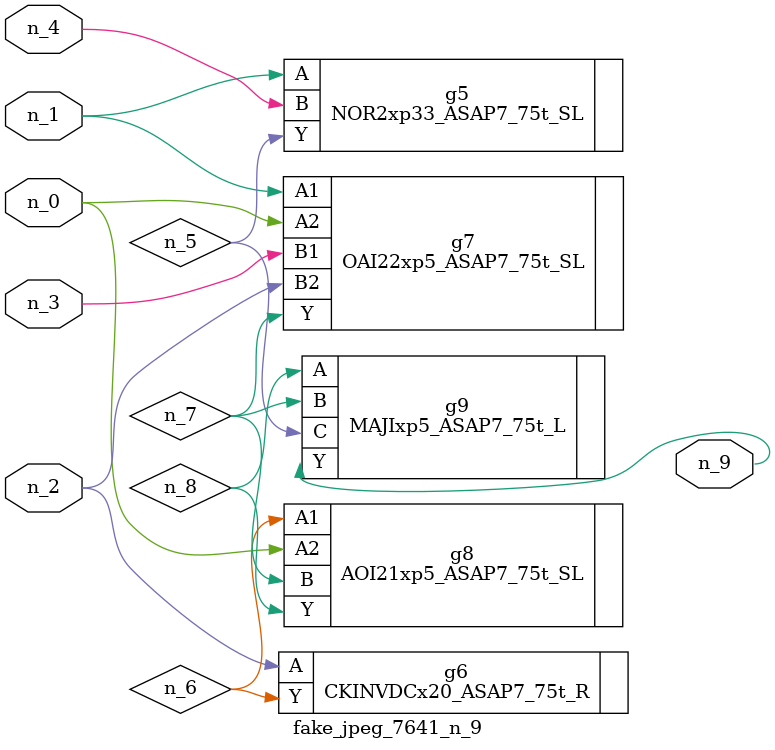
<source format=v>
module fake_jpeg_7641_n_9 (n_3, n_2, n_1, n_0, n_4, n_9);

input n_3;
input n_2;
input n_1;
input n_0;
input n_4;

output n_9;

wire n_8;
wire n_6;
wire n_5;
wire n_7;

NOR2xp33_ASAP7_75t_SL g5 ( 
.A(n_1),
.B(n_4),
.Y(n_5)
);

CKINVDCx20_ASAP7_75t_R g6 ( 
.A(n_2),
.Y(n_6)
);

OAI22xp5_ASAP7_75t_SL g7 ( 
.A1(n_1),
.A2(n_0),
.B1(n_3),
.B2(n_2),
.Y(n_7)
);

AOI21xp5_ASAP7_75t_SL g8 ( 
.A1(n_6),
.A2(n_0),
.B(n_7),
.Y(n_8)
);

MAJIxp5_ASAP7_75t_L g9 ( 
.A(n_8),
.B(n_7),
.C(n_5),
.Y(n_9)
);


endmodule
</source>
